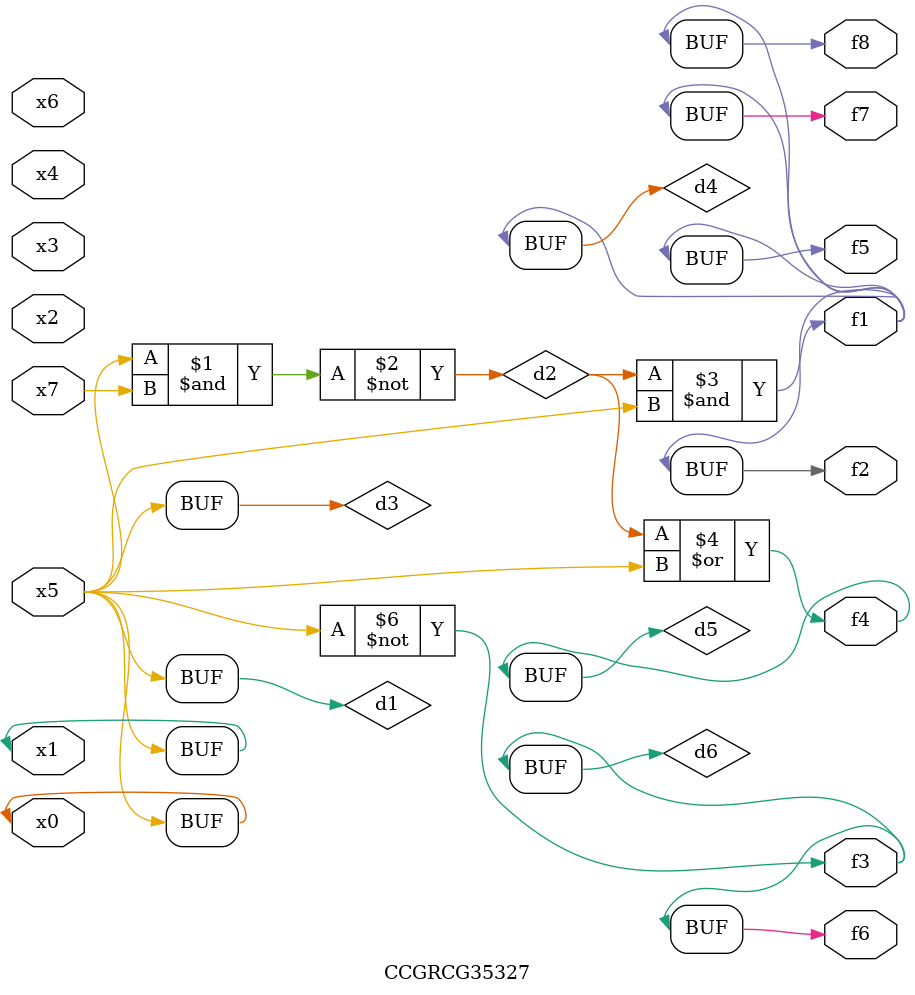
<source format=v>
module CCGRCG35327(
	input x0, x1, x2, x3, x4, x5, x6, x7,
	output f1, f2, f3, f4, f5, f6, f7, f8
);

	wire d1, d2, d3, d4, d5, d6;

	buf (d1, x0, x5);
	nand (d2, x5, x7);
	buf (d3, x0, x1);
	and (d4, d2, d3);
	or (d5, d2, d3);
	nor (d6, d1, d3);
	assign f1 = d4;
	assign f2 = d4;
	assign f3 = d6;
	assign f4 = d5;
	assign f5 = d4;
	assign f6 = d6;
	assign f7 = d4;
	assign f8 = d4;
endmodule

</source>
